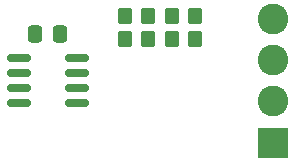
<source format=gbr>
%TF.GenerationSoftware,KiCad,Pcbnew,7.0.11-7.0.11~ubuntu22.04.1*%
%TF.CreationDate,2024-03-25T14:33:56+01:00*%
%TF.ProjectId,sensorshield,73656e73-6f72-4736-9869-656c642e6b69,rev?*%
%TF.SameCoordinates,Original*%
%TF.FileFunction,Soldermask,Top*%
%TF.FilePolarity,Negative*%
%FSLAX46Y46*%
G04 Gerber Fmt 4.6, Leading zero omitted, Abs format (unit mm)*
G04 Created by KiCad (PCBNEW 7.0.11-7.0.11~ubuntu22.04.1) date 2024-03-25 14:33:56*
%MOMM*%
%LPD*%
G01*
G04 APERTURE LIST*
G04 Aperture macros list*
%AMRoundRect*
0 Rectangle with rounded corners*
0 $1 Rounding radius*
0 $2 $3 $4 $5 $6 $7 $8 $9 X,Y pos of 4 corners*
0 Add a 4 corners polygon primitive as box body*
4,1,4,$2,$3,$4,$5,$6,$7,$8,$9,$2,$3,0*
0 Add four circle primitives for the rounded corners*
1,1,$1+$1,$2,$3*
1,1,$1+$1,$4,$5*
1,1,$1+$1,$6,$7*
1,1,$1+$1,$8,$9*
0 Add four rect primitives between the rounded corners*
20,1,$1+$1,$2,$3,$4,$5,0*
20,1,$1+$1,$4,$5,$6,$7,0*
20,1,$1+$1,$6,$7,$8,$9,0*
20,1,$1+$1,$8,$9,$2,$3,0*%
G04 Aperture macros list end*
%ADD10RoundRect,0.250000X-0.350000X-0.450000X0.350000X-0.450000X0.350000X0.450000X-0.350000X0.450000X0*%
%ADD11RoundRect,0.250000X0.337500X0.475000X-0.337500X0.475000X-0.337500X-0.475000X0.337500X-0.475000X0*%
%ADD12R,2.600000X2.600000*%
%ADD13C,2.600000*%
%ADD14RoundRect,0.150000X0.825000X0.150000X-0.825000X0.150000X-0.825000X-0.150000X0.825000X-0.150000X0*%
G04 APERTURE END LIST*
D10*
%TO.C,R1*%
X138500000Y-117000000D03*
X140500000Y-117000000D03*
%TD*%
%TO.C,R4*%
X134500000Y-117000000D03*
X136500000Y-117000000D03*
%TD*%
%TO.C,R2*%
X138500000Y-115000000D03*
X140500000Y-115000000D03*
%TD*%
%TO.C,R3*%
X134500000Y-115000000D03*
X136500000Y-115000000D03*
%TD*%
D11*
%TO.C,C1*%
X129000000Y-116500000D03*
X126925000Y-116500000D03*
%TD*%
D12*
%TO.C,J2*%
X147045000Y-125750000D03*
D13*
X147045000Y-122250000D03*
X147045000Y-118750000D03*
X147045000Y-115250000D03*
%TD*%
D14*
%TO.C,U1*%
X130475000Y-122405000D03*
X130475000Y-121135000D03*
X130475000Y-119865000D03*
X130475000Y-118595000D03*
X125525000Y-118595000D03*
X125525000Y-119865000D03*
X125525000Y-121135000D03*
X125525000Y-122405000D03*
%TD*%
M02*

</source>
